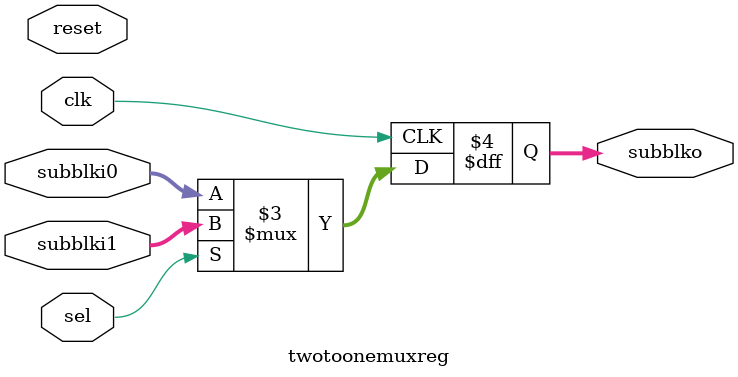
<source format=v>
`timescale 1ns / 1ps

module twotoonemuxreg(
    
    input clk,
    input reset,
    
    input sel,
    input [7:0] subblki0,
    input [7:0] subblki1,
    
    output reg [7:0] subblko

    );


    always@(posedge clk) begin

        subblko <= (sel == 1)? subblki1: subblki0;

    end
endmodule

</source>
